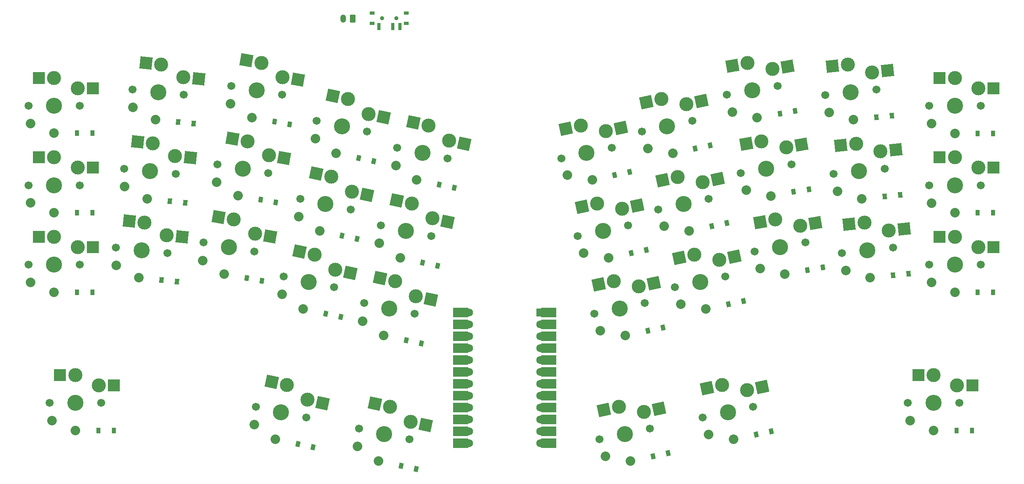
<source format=gbs>
G04 #@! TF.GenerationSoftware,KiCad,Pcbnew,(6.0.4-0)*
G04 #@! TF.CreationDate,2022-11-11T23:09:08+01:00*
G04 #@! TF.ProjectId,The-ENDGAME-MX-BAD,5468652d-454e-4444-9741-4d452d4d582d,0_1*
G04 #@! TF.SameCoordinates,Original*
G04 #@! TF.FileFunction,Soldermask,Bot*
G04 #@! TF.FilePolarity,Negative*
%FSLAX46Y46*%
G04 Gerber Fmt 4.6, Leading zero omitted, Abs format (unit mm)*
G04 Created by KiCad (PCBNEW (6.0.4-0)) date 2022-11-11 23:09:08*
%MOMM*%
%LPD*%
G01*
G04 APERTURE LIST*
G04 Aperture macros list*
%AMRoundRect*
0 Rectangle with rounded corners*
0 $1 Rounding radius*
0 $2 $3 $4 $5 $6 $7 $8 $9 X,Y pos of 4 corners*
0 Add a 4 corners polygon primitive as box body*
4,1,4,$2,$3,$4,$5,$6,$7,$8,$9,$2,$3,0*
0 Add four circle primitives for the rounded corners*
1,1,$1+$1,$2,$3*
1,1,$1+$1,$4,$5*
1,1,$1+$1,$6,$7*
1,1,$1+$1,$8,$9*
0 Add four rect primitives between the rounded corners*
20,1,$1+$1,$2,$3,$4,$5,0*
20,1,$1+$1,$4,$5,$6,$7,0*
20,1,$1+$1,$6,$7,$8,$9,0*
20,1,$1+$1,$8,$9,$2,$3,0*%
%AMRotRect*
0 Rectangle, with rotation*
0 The origin of the aperture is its center*
0 $1 length*
0 $2 width*
0 $3 Rotation angle, in degrees counterclockwise*
0 Add horizontal line*
21,1,$1,$2,0,0,$3*%
G04 Aperture macros list end*
%ADD10C,1.701800*%
%ADD11C,3.000000*%
%ADD12C,3.429000*%
%ADD13RotRect,2.600000X2.600000X348.000000*%
%ADD14C,2.032000*%
%ADD15R,2.600000X2.600000*%
%ADD16RotRect,2.600000X2.600000X12.000000*%
%ADD17RotRect,2.600000X2.600000X350.000000*%
%ADD18RotRect,2.600000X2.600000X10.000000*%
%ADD19RotRect,2.600000X2.600000X354.000000*%
%ADD20RotRect,2.600000X2.600000X6.000000*%
%ADD21R,1.752600X1.752600*%
%ADD22R,3.250000X2.000000*%
%ADD23C,1.752600*%
%ADD24RotRect,0.900000X1.200000X192.000000*%
%ADD25RotRect,0.900000X1.200000X168.000000*%
%ADD26R,0.900000X1.200000*%
%ADD27RotRect,0.900000X1.200000X186.000000*%
%ADD28RotRect,0.900000X1.200000X190.000000*%
%ADD29RotRect,0.900000X1.200000X174.000000*%
%ADD30R,1.000000X0.800000*%
%ADD31C,0.900000*%
%ADD32R,0.700000X1.500000*%
%ADD33RotRect,0.900000X1.200000X170.000000*%
%ADD34RoundRect,0.250000X0.350000X0.625000X-0.350000X0.625000X-0.350000X-0.625000X0.350000X-0.625000X0*%
%ADD35O,1.200000X1.750000*%
G04 APERTURE END LIST*
D10*
X110372768Y-92875193D03*
X99613144Y-90588165D03*
D11*
X110663363Y-89103184D03*
X106230031Y-85911701D03*
D12*
X104992956Y-91731679D03*
D13*
X113866796Y-89784095D03*
D14*
X103766277Y-97502750D03*
D13*
X103026597Y-85230790D03*
D14*
X99312154Y-94409081D03*
D11*
X244307659Y-100960589D03*
D12*
X239307659Y-104710589D03*
D11*
X239307659Y-98760589D03*
D10*
X233807659Y-104710589D03*
X244807659Y-104710589D03*
D15*
X247582659Y-100960589D03*
D14*
X239307659Y-110610589D03*
D15*
X236032659Y-98760589D03*
D14*
X234307659Y-108510589D03*
D11*
X239307660Y-64760588D03*
D10*
X244807660Y-70710588D03*
D12*
X239307660Y-70710588D03*
D11*
X244307660Y-66960588D03*
D10*
X233807660Y-70710588D03*
D14*
X239307660Y-76610588D03*
D15*
X247582660Y-66960588D03*
D14*
X234307660Y-74510588D03*
D15*
X236032660Y-64760588D03*
D12*
X47106660Y-70702588D03*
D10*
X52606660Y-70702588D03*
D11*
X47106660Y-64752588D03*
D10*
X41606660Y-70702588D03*
D11*
X52106660Y-66952588D03*
D14*
X47106660Y-76602588D03*
D15*
X55381660Y-66952588D03*
X43831660Y-64752588D03*
D14*
X42106660Y-74502588D03*
D11*
X123216869Y-138258693D03*
D10*
X112166650Y-139743674D03*
X122926274Y-142030702D03*
D11*
X118783537Y-135067210D03*
D12*
X117546462Y-140887188D03*
D14*
X116319783Y-146658259D03*
D13*
X126420302Y-138939604D03*
X115580103Y-134386299D03*
D14*
X111865660Y-143564590D03*
D11*
X166531257Y-108247091D03*
X171879401Y-109359457D03*
D10*
X162388520Y-115210583D03*
X173148144Y-112923555D03*
D12*
X167768332Y-114067069D03*
D16*
X175082835Y-108678546D03*
D14*
X168995011Y-119838140D03*
D16*
X163327824Y-108928002D03*
D14*
X163667658Y-118823588D03*
D11*
X119883541Y-108242207D03*
X124316873Y-111433690D03*
D10*
X124026278Y-115205699D03*
D12*
X118646466Y-114062185D03*
D10*
X113266654Y-112918671D03*
D14*
X117419787Y-119833256D03*
D13*
X127520306Y-112114601D03*
D14*
X112965664Y-116739587D03*
D13*
X116680107Y-107561296D03*
D11*
X95876821Y-64600303D03*
X91334809Y-61565485D03*
D12*
X90301602Y-67425091D03*
D10*
X84885159Y-66470026D03*
X95718045Y-68380156D03*
D17*
X99102067Y-65169001D03*
D14*
X89277078Y-73235457D03*
D17*
X88109563Y-60996787D03*
D14*
X84717700Y-70299120D03*
D10*
X190696356Y-68389678D03*
D12*
X196112799Y-67434613D03*
D10*
X201529242Y-66479548D03*
D11*
X200385657Y-62873343D03*
X195079592Y-61575007D03*
D18*
X203610902Y-62304645D03*
D14*
X197137323Y-73244979D03*
D18*
X191854347Y-62143705D03*
D14*
X191848623Y-72045123D03*
D11*
X72912056Y-81509362D03*
D10*
X73017335Y-85291084D03*
D11*
X68169409Y-78798772D03*
D12*
X67547465Y-84716177D03*
D10*
X62077595Y-84141270D03*
D19*
X76169115Y-81851693D03*
D14*
X66930747Y-90583856D03*
X62177647Y-87972718D03*
D19*
X64912350Y-78456441D03*
D11*
X51610658Y-128259589D03*
D10*
X57110658Y-134209589D03*
D12*
X51610658Y-134209589D03*
D10*
X46110658Y-134209589D03*
D11*
X56610658Y-130459589D03*
D15*
X59885658Y-130459589D03*
D14*
X51610658Y-140109589D03*
D15*
X48335658Y-128259589D03*
D14*
X46610658Y-138009589D03*
D10*
X172512523Y-76255562D03*
D11*
X176655260Y-69292070D03*
D12*
X177892335Y-75112048D03*
D11*
X182003404Y-70404436D03*
D10*
X183272147Y-73968534D03*
D14*
X179119014Y-80883119D03*
D16*
X185206838Y-69723525D03*
X173451827Y-69972981D03*
D14*
X173791661Y-79868567D03*
D11*
X102695541Y-102540209D03*
D10*
X96078654Y-107216673D03*
D12*
X101458466Y-108360187D03*
D11*
X107128873Y-105731692D03*
D10*
X106838278Y-109503701D03*
D14*
X100231787Y-114131258D03*
D13*
X110332306Y-106412603D03*
X99492107Y-101859298D03*
D14*
X95777664Y-111037589D03*
D11*
X221673604Y-63566071D03*
D12*
X217092976Y-67818170D03*
D10*
X222562846Y-67243263D03*
X211623106Y-68393077D03*
D11*
X216471032Y-61900765D03*
D20*
X224930663Y-63223740D03*
D14*
X217709694Y-73685849D03*
D20*
X213213972Y-62243095D03*
D14*
X212517575Y-72119996D03*
D10*
X52606663Y-87702586D03*
D12*
X47106663Y-87702586D03*
D11*
X52106663Y-83952586D03*
X47106663Y-81752586D03*
D10*
X41606663Y-87702586D03*
D14*
X47106663Y-93602586D03*
D15*
X55381663Y-83952586D03*
D14*
X42106663Y-91502586D03*
D15*
X43831663Y-81752586D03*
D11*
X131385870Y-78176677D03*
D12*
X125715463Y-80805172D03*
D11*
X126952538Y-74985194D03*
D10*
X131095275Y-81948686D03*
X120335651Y-79661658D03*
D14*
X124488784Y-86576243D03*
D13*
X134589303Y-78857588D03*
D14*
X120034661Y-83482574D03*
D13*
X123749104Y-74304283D03*
D10*
X240305660Y-134211587D03*
D11*
X234805660Y-128261587D03*
D12*
X234805660Y-134211587D03*
D10*
X229305660Y-134211587D03*
D11*
X239805660Y-130461587D03*
D14*
X234805660Y-140111587D03*
D15*
X243080660Y-130461587D03*
X231530660Y-128261587D03*
D14*
X229805660Y-138011587D03*
D10*
X193648370Y-85131407D03*
D11*
X203337671Y-79615072D03*
D10*
X204481256Y-83221277D03*
D11*
X198031606Y-78316736D03*
D12*
X199064813Y-84176342D03*
D18*
X206562916Y-79046374D03*
D14*
X200089337Y-89986708D03*
X194800637Y-88786852D03*
D18*
X194806361Y-78885434D03*
D10*
X226116810Y-101057002D03*
X215177070Y-102206816D03*
D12*
X220646940Y-101631909D03*
D11*
X225227568Y-97379810D03*
X220024996Y-95714504D03*
D20*
X228484627Y-97037479D03*
D14*
X221263658Y-107499588D03*
X216071539Y-105933735D03*
D20*
X216767936Y-96056834D03*
D11*
X127851364Y-94805183D03*
D10*
X127560769Y-98577192D03*
D12*
X122180957Y-97433678D03*
D11*
X123418032Y-91613700D03*
D10*
X116801145Y-96290164D03*
D13*
X131054797Y-95486094D03*
D14*
X120954278Y-103204749D03*
D13*
X120214598Y-90932789D03*
D14*
X116500155Y-100111080D03*
D10*
X207433279Y-99963016D03*
D11*
X200983629Y-95058475D03*
D10*
X196600393Y-101873146D03*
D12*
X202016836Y-100918081D03*
D11*
X206289694Y-96356811D03*
D18*
X209514939Y-95788113D03*
D14*
X203041360Y-106728447D03*
D18*
X197758384Y-95627173D03*
D14*
X197752660Y-105528591D03*
D10*
X158854023Y-98582071D03*
X169613647Y-96295043D03*
D11*
X168344904Y-92730945D03*
X162996760Y-91618579D03*
D12*
X164233835Y-97438557D03*
D16*
X171548338Y-92050034D03*
D14*
X165460514Y-103209628D03*
D16*
X159793327Y-92299490D03*
D14*
X160133161Y-102195076D03*
D11*
X47106660Y-98752588D03*
X52106660Y-100952588D03*
D12*
X47106660Y-104702588D03*
D10*
X52606660Y-104702588D03*
X41606660Y-104702588D03*
D15*
X55381660Y-100952588D03*
D14*
X47106660Y-110602588D03*
X42106660Y-108502588D03*
D15*
X43831660Y-98752588D03*
D12*
X65770474Y-101623045D03*
D11*
X71135065Y-98416230D03*
X66392418Y-95705640D03*
D10*
X60300604Y-101048138D03*
X71240344Y-102197952D03*
D19*
X74392124Y-98758561D03*
D14*
X65153756Y-107490724D03*
X60400656Y-104879586D03*
D19*
X63135359Y-95363309D03*
D10*
X190341147Y-107225556D03*
D12*
X184961335Y-108369070D03*
D11*
X189072404Y-103661458D03*
X183724260Y-102549092D03*
D10*
X179581523Y-109512584D03*
D16*
X192275838Y-102980547D03*
D14*
X186188014Y-114140141D03*
X180860661Y-113125589D03*
D16*
X180520827Y-103230003D03*
D10*
X185500520Y-137356582D03*
D12*
X190880332Y-136213068D03*
D11*
X194991401Y-131505456D03*
X189643257Y-130393090D03*
D10*
X196260144Y-135069554D03*
D16*
X198194835Y-130824545D03*
D14*
X192107011Y-141984139D03*
D16*
X186439824Y-131074001D03*
D14*
X186779658Y-140969587D03*
D11*
X218248017Y-78807641D03*
D10*
X224339831Y-84150139D03*
D12*
X218869961Y-84725046D03*
D11*
X223450589Y-80472947D03*
D10*
X213400091Y-85299953D03*
D14*
X219486679Y-90592725D03*
D20*
X226707648Y-80130616D03*
D14*
X214294560Y-89026872D03*
D20*
X214990957Y-79149971D03*
D10*
X155319524Y-81953564D03*
D12*
X160699336Y-80810050D03*
D10*
X166079148Y-79666536D03*
D11*
X164810405Y-76102438D03*
X159462261Y-74990072D03*
D16*
X168013839Y-75421527D03*
D14*
X161926015Y-86581121D03*
D16*
X156258828Y-75670983D03*
D14*
X156598662Y-85566569D03*
D11*
X74689040Y-64602493D03*
D12*
X69324449Y-67809308D03*
D10*
X74794319Y-68384215D03*
D11*
X69946393Y-61891903D03*
D10*
X63854579Y-67234401D03*
D14*
X68707731Y-73676987D03*
D19*
X77946099Y-64944824D03*
D14*
X63954631Y-71065849D03*
D19*
X66689334Y-61549572D03*
D10*
X244807661Y-87710587D03*
X233807661Y-87710587D03*
D11*
X244307661Y-83960587D03*
X239307661Y-81760587D03*
D12*
X239307661Y-87710587D03*
D14*
X239307661Y-93610587D03*
D15*
X247582661Y-83960587D03*
D14*
X234307661Y-91510587D03*
D15*
X236032661Y-81760587D03*
D10*
X78981118Y-99953499D03*
D11*
X85430768Y-95048958D03*
D10*
X89814004Y-101863629D03*
D11*
X89972780Y-98083776D03*
D12*
X84397561Y-100908564D03*
D17*
X93198026Y-98652474D03*
D14*
X83373037Y-106718930D03*
D17*
X82205522Y-94480260D03*
D14*
X78813659Y-103782593D03*
D10*
X176047021Y-92884073D03*
D11*
X185537902Y-87032947D03*
X180189758Y-85920581D03*
D10*
X186806645Y-90597045D03*
D12*
X181426833Y-91740559D03*
D16*
X188741336Y-86352036D03*
D14*
X182653512Y-97511630D03*
D16*
X176986325Y-86601492D03*
D14*
X177326159Y-96497078D03*
D11*
X96772540Y-130392216D03*
X101205872Y-133583699D03*
D12*
X95535465Y-136212194D03*
D10*
X100915277Y-137355708D03*
X90155653Y-135068680D03*
D14*
X94308786Y-141983265D03*
D13*
X104409305Y-134264610D03*
X93569106Y-129711305D03*
D14*
X89854663Y-138889596D03*
D10*
X92766026Y-85121891D03*
D11*
X88382790Y-78307220D03*
D12*
X87349583Y-84166826D03*
D11*
X92924802Y-81342038D03*
D10*
X81933140Y-83211761D03*
D17*
X96150048Y-81910736D03*
D14*
X86325059Y-89977192D03*
X81765681Y-87040855D03*
D17*
X85157544Y-77738522D03*
D11*
X109764536Y-69283196D03*
D10*
X113907273Y-76246688D03*
D12*
X108527461Y-75103174D03*
D10*
X103147649Y-73959660D03*
D11*
X114197868Y-72474679D03*
D13*
X117401301Y-73155590D03*
D14*
X107300782Y-80874245D03*
D13*
X106561102Y-68602285D03*
D14*
X102846659Y-77780576D03*
D11*
X172977402Y-136183459D03*
D10*
X174246145Y-139747557D03*
D12*
X168866333Y-140891071D03*
D10*
X163486521Y-142034585D03*
D11*
X167629258Y-135071093D03*
D16*
X176180836Y-135502548D03*
D14*
X170093012Y-146662142D03*
D16*
X164425825Y-135752004D03*
D14*
X164765659Y-145647590D03*
D21*
X150832657Y-114940588D03*
D22*
X152610657Y-114940588D03*
D23*
X150832657Y-117480588D03*
D22*
X152610657Y-117480588D03*
D23*
X150832657Y-120020588D03*
D22*
X152610657Y-120020588D03*
X152610657Y-122560588D03*
D23*
X150832657Y-122560588D03*
X150832657Y-125100588D03*
D22*
X152610657Y-125100588D03*
D23*
X150832657Y-127640588D03*
D22*
X152610657Y-127640588D03*
X152610657Y-130180588D03*
D23*
X150832657Y-130180588D03*
X150832657Y-132720588D03*
D22*
X152610657Y-132720588D03*
X152610657Y-135260588D03*
D23*
X150832657Y-135260588D03*
D22*
X152610657Y-137800588D03*
D23*
X150832657Y-137800588D03*
D22*
X152610657Y-140340588D03*
D23*
X150832657Y-140340588D03*
D22*
X152610657Y-142880588D03*
D23*
X150832657Y-142880588D03*
D22*
X133814657Y-142880588D03*
D23*
X135592657Y-142880588D03*
X135592657Y-140340588D03*
D22*
X133814657Y-140340588D03*
D23*
X135592657Y-137800588D03*
D22*
X133814657Y-137800588D03*
X133814657Y-135260588D03*
D23*
X135592657Y-135260588D03*
D22*
X133814657Y-132720588D03*
D23*
X135592657Y-132720588D03*
D22*
X133814657Y-130180588D03*
D23*
X135592657Y-130180588D03*
X135592657Y-127640588D03*
D22*
X133814657Y-127640588D03*
D23*
X135592657Y-125100588D03*
D22*
X133814657Y-125100588D03*
D23*
X135592657Y-122560588D03*
D22*
X133814657Y-122560588D03*
X133814657Y-120020588D03*
D23*
X135592657Y-120020588D03*
X135592657Y-117480588D03*
D22*
X133814657Y-117480588D03*
D23*
X135592657Y-114940588D03*
D22*
X133814657Y-114940588D03*
D24*
X169946609Y-84876537D03*
X166718721Y-85562645D03*
X190673604Y-95805537D03*
X187445716Y-96491645D03*
D25*
X128977605Y-104907643D03*
X125749717Y-104221535D03*
D26*
X55311660Y-110599588D03*
X52011660Y-110599588D03*
X247509661Y-110605589D03*
X244209661Y-110605589D03*
D24*
X178119606Y-144952535D03*
X174891718Y-145638643D03*
D25*
X115322605Y-82581643D03*
X112094717Y-81895535D03*
X124340606Y-148360647D03*
X121112718Y-147674539D03*
D27*
X227640618Y-89734118D03*
X224358696Y-90079062D03*
D28*
X211118597Y-105299062D03*
X207868731Y-105872100D03*
X208165593Y-88557072D03*
X204915727Y-89130110D03*
D26*
X243009662Y-140113587D03*
X239709662Y-140113587D03*
X247506661Y-93603588D03*
X244206661Y-93603588D03*
X59811659Y-140106588D03*
X56511659Y-140106588D03*
X55308662Y-93601587D03*
X52008662Y-93601587D03*
D29*
X73312620Y-108346062D03*
X70030698Y-108001118D03*
X76863621Y-74530064D03*
X73581699Y-74185120D03*
D25*
X132513605Y-88279643D03*
X129285717Y-87593535D03*
D27*
X229415625Y-106637122D03*
X226133703Y-106982066D03*
D25*
X111787606Y-99207646D03*
X108559718Y-98521538D03*
D30*
X122272030Y-53143406D03*
X114972030Y-53143406D03*
X114972030Y-50933406D03*
X122272030Y-50933406D03*
D31*
X120122030Y-52033406D03*
X117122030Y-52033406D03*
D32*
X116372030Y-53793406D03*
X119372030Y-53793406D03*
X120872030Y-53793406D03*
D24*
X194209603Y-112426537D03*
X190981715Y-113112645D03*
D33*
X94405592Y-91400110D03*
X91155726Y-90827072D03*
D24*
X177016599Y-118134534D03*
X173788711Y-118820642D03*
D28*
X205214593Y-71817069D03*
X201964727Y-72390107D03*
D27*
X225864618Y-72824114D03*
X222582696Y-73169058D03*
D25*
X102334605Y-143683645D03*
X99106717Y-142997537D03*
D24*
X173479604Y-101501534D03*
X170251716Y-102187642D03*
D34*
X110820032Y-52103408D03*
D35*
X108820032Y-52103408D03*
D33*
X91454594Y-108142108D03*
X88204728Y-107569070D03*
D25*
X125440604Y-121535642D03*
X122212716Y-120849534D03*
D29*
X75087623Y-91442062D03*
X71805701Y-91097118D03*
D24*
X187139608Y-79174535D03*
X183911720Y-79860643D03*
D25*
X108253605Y-115837646D03*
X105025717Y-115151538D03*
D26*
X55313657Y-76600591D03*
X52013657Y-76600591D03*
D24*
X200131603Y-140277532D03*
X196903715Y-140963640D03*
D26*
X247506658Y-76604591D03*
X244206658Y-76604591D03*
D33*
X97351595Y-74657112D03*
X94101729Y-74084074D03*
M02*

</source>
